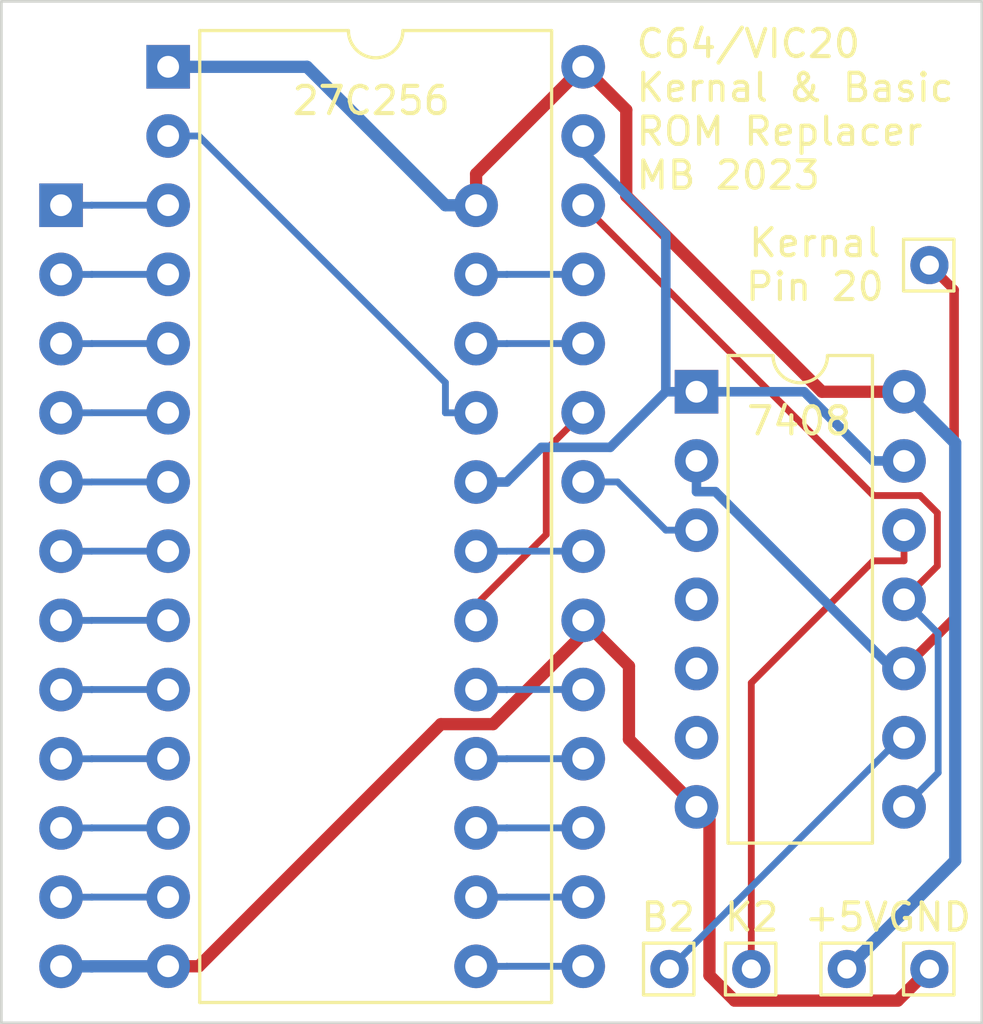
<source format=kicad_pcb>
(kicad_pcb (version 20221018) (generator pcbnew)
  (layers (0 "F.Cu" signal) (31 "B.Cu" signal) (34 "B.Paste" user) (35 "F.Paste" user) (36 "B.SilkS" user "B.Silkscreen") (37 "F.SilkS" user "F.Silkscreen") (38 "B.Mask" user) (39 "F.Mask" user) (44 "Edge.Cuts" user))
  (net 0 "")
  (net 1 "Net-(J1-Pin_1)")
  (net 2 "Net-(GND1-Pin_1)")
  (net 3 "Net-(B2-Pin_1)")
  (net 4 "Net-(K2-Pin_1)")
  (net 5 "Net-(S1-A7)")
  (net 6 "Net-(S1-A6)")
  (net 7 "Net-(S1-A5)")
  (net 8 "Net-(S1-A4)")
  (net 9 "Net-(S1-A3)")
  (net 10 "Net-(S1-A2)")
  (net 11 "Net-(S1-A1)")
  (net 12 "Net-(S1-A0)")
  (net 13 "Net-(S1-D0)")
  (net 14 "Net-(S1-D1)")
  (net 15 "Net-(S1-D2)")
  (net 16 "Net-(S1-D3)")
  (net 17 "Net-(S1-D4)")
  (net 18 "Net-(S1-D5)")
  (net 19 "Net-(S1-D6)")
  (net 20 "Net-(S1-D7)")
  (net 21 "Net-(S1-A11)")
  (net 22 "Net-(S1-A10)")
  (net 23 "Net-(S1-~{CE})")
  (net 24 "Net-(U1-~{OE})")
  (net 25 "Net-(S1-A12)")
  (net 26 "Net-(S1-A9)")
  (net 27 "Net-(S1-A8)")
  (net 28 "Net-(U1-A13)")
  (net 29 "Net-(S1-VCC)")
  (footprint "Connector_Pin:Pin_D0.7mm_L6.5mm_W1.8mm_FlatFork" (layer "F.Cu") (at 111.5743 53.1672)
    (fp_text reference "J1" hide)
    (fp_text value "Kernel C/E Pin 20" hide)
    (fp_line (start -0.95 -0.95) (end -0.95 0.95) (stroke (width 0.12)) (layer "F.SilkS"))
    (fp_line (start -0.95 0.95) (end 0.9 0.95) (stroke (width 0.12)) (layer "F.SilkS"))
    (fp_line (start 0.9 -0.95) (end -0.95 -0.95) (stroke (width 0.12)) (layer "F.SilkS"))
    (fp_line (start 0.9 -0.9) (end 0.9 -0.95) (stroke (width 0.12)) (layer "F.SilkS"))
    (fp_line (start 0.9 0.95) (end 0.9 -0.9) (stroke (width 0.12)) (layer "F.SilkS"))
    (pad "1" thru_hole circle (at 0 0) (size 1.4 1.4) (drill 0.7) (layers "*.Cu" "*.Mask") (net 1 "Net-(J1-Pin_1)"))
  )
  (footprint "Package_DIP:DIP-14_W7.62mm" (layer "F.Cu") (at 103.0226 57.8166)
    (fp_text reference "U2" hide)
    (fp_text value "7408" (at 3.767921 1.074182) (layer "F.SilkS"))
    (fp_line (start 1.16 -1.33) (end 1.16 16.57) (stroke (width 0.12)) (layer "F.SilkS"))
    (fp_line (start 1.16 16.57) (end 6.46 16.57) (stroke (width 0.12)) (layer "F.SilkS"))
    (fp_line (start 2.81 -1.33) (end 1.16 -1.33) (stroke (width 0.12)) (layer "F.SilkS"))
    (fp_line (start 6.46 -1.33) (end 4.81 -1.33) (stroke (width 0.12)) (layer "F.SilkS"))
    (fp_line (start 6.46 16.57) (end 6.46 -1.33) (stroke (width 0.12)) (layer "F.SilkS"))
    (fp_arc (start 4.81 -1.33) (mid 3.81 -0.33) (end 2.81 -1.33) (stroke (width 0.12)) (layer "F.SilkS"))
    (pad "1" thru_hole rect (at 0 0) (size 1.6 1.6) (drill 0.8) (layers "*.Cu" "*.Mask") (net 23 "Net-(S1-~{CE})"))
    (pad "2" thru_hole oval (at 0 2.54) (size 1.6 1.6) (drill 0.8) (layers "*.Cu" "*.Mask") (net 1 "Net-(J1-Pin_1)"))
    (pad "3" thru_hole oval (at 0 5.08) (size 1.6 1.6) (drill 0.8) (layers "*.Cu" "*.Mask") (net 24 "Net-(U1-~{OE})"))
    (pad "4" thru_hole oval (at 0 7.62) (size 1.6 1.6) (drill 0.8) (layers "*.Cu" "*.Mask"))
    (pad "5" thru_hole oval (at 0 10.16) (size 1.6 1.6) (drill 0.8) (layers "*.Cu" "*.Mask"))
    (pad "6" thru_hole oval (at 0 12.7) (size 1.6 1.6) (drill 0.8) (layers "*.Cu" "*.Mask"))
    (pad "7" thru_hole oval (at 0 15.24) (size 1.6 1.6) (drill 0.8) (layers "*.Cu" "*.Mask") (net 2 "Net-(GND1-Pin_1)"))
    (pad "8" thru_hole oval (at 7.62 15.24) (size 1.6 1.6) (drill 0.8) (layers "*.Cu" "*.Mask") (net 28 "Net-(U1-A13)"))
    (pad "9" thru_hole oval (at 7.62 12.7) (size 1.6 1.6) (drill 0.8) (layers "*.Cu" "*.Mask") (net 3 "Net-(B2-Pin_1)"))
    (pad "10" thru_hole oval (at 7.62 10.16) (size 1.6 1.6) (drill 0.8) (layers "*.Cu" "*.Mask") (net 1 "Net-(J1-Pin_1)"))
    (pad "11" thru_hole oval (at 7.62 7.62) (size 1.6 1.6) (drill 0.8) (layers "*.Cu" "*.Mask") (net 28 "Net-(U1-A13)"))
    (pad "12" thru_hole oval (at 7.62 5.08) (size 1.6 1.6) (drill 0.8) (layers "*.Cu" "*.Mask") (net 4 "Net-(K2-Pin_1)"))
    (pad "13" thru_hole oval (at 7.62 2.54) (size 1.6 1.6) (drill 0.8) (layers "*.Cu" "*.Mask") (net 23 "Net-(S1-~{CE})"))
    (pad "14" thru_hole oval (at 7.62 0) (size 1.6 1.6) (drill 0.8) (layers "*.Cu" "*.Mask") (net 29 "Net-(S1-VCC)"))
  )
  (footprint "Connector_Pin:Pin_D0.7mm_L6.5mm_W1.8mm_FlatFork" (layer "F.Cu") (at 111.5743 79.008)
    (fp_text reference "GND1" hide)
    (fp_text value "GND" (at 0 -1.900674) (layer "F.SilkS"))
    (fp_line (start -0.95 -0.95) (end -0.95 0.95) (stroke (width 0.12)) (layer "F.SilkS"))
    (fp_line (start -0.95 0.95) (end 0.9 0.95) (stroke (width 0.12)) (layer "F.SilkS"))
    (fp_line (start 0.9 -0.95) (end -0.95 -0.95) (stroke (width 0.12)) (layer "F.SilkS"))
    (fp_line (start 0.9 -0.9) (end 0.9 -0.95) (stroke (width 0.12)) (layer "F.SilkS"))
    (fp_line (start 0.9 0.95) (end 0.9 -0.9) (stroke (width 0.12)) (layer "F.SilkS"))
    (pad "1" thru_hole circle (at 0 0) (size 1.4 1.4) (drill 0.7) (layers "*.Cu" "*.Mask") (net 2 "Net-(GND1-Pin_1)"))
  )
  (footprint "Package_DIP:DIP-24_W15.24mm" (layer "F.Cu") (at 79.69 50.97)
    (fp_text reference "S1" hide)
    (fp_text value "8K ROM" hide)
    (pad "1" thru_hole rect (at 0 0) (size 1.6 1.6) (drill 0.8) (layers "*.Cu" "*.Mask") (net 5 "Net-(S1-A7)"))
    (pad "2" thru_hole oval (at 0 2.54) (size 1.6 1.6) (drill 0.8) (layers "*.Cu" "*.Mask") (net 6 "Net-(S1-A6)"))
    (pad "3" thru_hole oval (at 0 5.08) (size 1.6 1.6) (drill 0.8) (layers "*.Cu" "*.Mask") (net 7 "Net-(S1-A5)"))
    (pad "4" thru_hole oval (at 0 7.62) (size 1.6 1.6) (drill 0.8) (layers "*.Cu" "*.Mask") (net 8 "Net-(S1-A4)"))
    (pad "5" thru_hole oval (at 0 10.16) (size 1.6 1.6) (drill 0.8) (layers "*.Cu" "*.Mask") (net 9 "Net-(S1-A3)"))
    (pad "6" thru_hole oval (at 0 12.7) (size 1.6 1.6) (drill 0.8) (layers "*.Cu" "*.Mask") (net 10 "Net-(S1-A2)"))
    (pad "7" thru_hole oval (at 0 15.24) (size 1.6 1.6) (drill 0.8) (layers "*.Cu" "*.Mask") (net 11 "Net-(S1-A1)"))
    (pad "8" thru_hole oval (at 0 17.78) (size 1.6 1.6) (drill 0.8) (layers "*.Cu" "*.Mask") (net 12 "Net-(S1-A0)"))
    (pad "9" thru_hole oval (at 0 20.32) (size 1.6 1.6) (drill 0.8) (layers "*.Cu" "*.Mask") (net 13 "Net-(S1-D0)"))
    (pad "10" thru_hole oval (at 0 22.86) (size 1.6 1.6) (drill 0.8) (layers "*.Cu" "*.Mask") (net 14 "Net-(S1-D1)"))
    (pad "11" thru_hole oval (at 0 25.4) (size 1.6 1.6) (drill 0.8) (layers "*.Cu" "*.Mask") (net 15 "Net-(S1-D2)"))
    (pad "12" thru_hole oval (at 0 27.94) (size 1.6 1.6) (drill 0.8) (layers "*.Cu" "*.Mask") (net 2 "Net-(GND1-Pin_1)"))
    (pad "13" thru_hole oval (at 15.24 27.94) (size 1.6 1.6) (drill 0.8) (layers "*.Cu" "*.Mask") (net 16 "Net-(S1-D3)"))
    (pad "14" thru_hole oval (at 15.24 25.4) (size 1.6 1.6) (drill 0.8) (layers "*.Cu" "*.Mask") (net 17 "Net-(S1-D4)"))
    (pad "15" thru_hole oval (at 15.24 22.86) (size 1.6 1.6) (drill 0.8) (layers "*.Cu" "*.Mask") (net 18 "Net-(S1-D5)"))
    (pad "16" thru_hole oval (at 15.24 20.32) (size 1.6 1.6) (drill 0.8) (layers "*.Cu" "*.Mask") (net 19 "Net-(S1-D6)"))
    (pad "17" thru_hole oval (at 15.24 17.78) (size 1.6 1.6) (drill 0.8) (layers "*.Cu" "*.Mask") (net 20 "Net-(S1-D7)"))
    (pad "18" thru_hole oval (at 15.24 15.24) (size 1.6 1.6) (drill 0.8) (layers "*.Cu" "*.Mask") (net 21 "Net-(S1-A11)"))
    (pad "19" thru_hole oval (at 15.24 12.7) (size 1.6 1.6) (drill 0.8) (layers "*.Cu" "*.Mask") (net 22 "Net-(S1-A10)"))
    (pad "20" thru_hole oval (at 15.24 10.16) (size 1.6 1.6) (drill 0.8) (layers "*.Cu" "*.Mask") (net 23 "Net-(S1-~{CE})"))
    (pad "21" thru_hole oval (at 15.24 7.62) (size 1.6 1.6) (drill 0.8) (layers "*.Cu" "*.Mask") (net 25 "Net-(S1-A12)"))
    (pad "22" thru_hole oval (at 15.24 5.08) (size 1.6 1.6) (drill 0.8) (layers "*.Cu" "*.Mask") (net 26 "Net-(S1-A9)"))
    (pad "23" thru_hole oval (at 15.24 2.54) (size 1.6 1.6) (drill 0.8) (layers "*.Cu" "*.Mask") (net 27 "Net-(S1-A8)"))
    (pad "24" thru_hole oval (at 15.24 0) (size 1.6 1.6) (drill 0.8) (layers "*.Cu" "*.Mask") (net 29 "Net-(S1-VCC)"))
  )
  (footprint "Connector_Pin:Pin_D0.7mm_L6.5mm_W1.8mm_FlatFork" (layer "F.Cu") (at 105.0346 79.008)
    (fp_text reference "K2" (at 0.015708 -1.900674) (layer "F.SilkS"))
    (fp_text value "Kernel Bank 2 S/W" hide)
    (fp_line (start -0.95 -0.95) (end -0.95 0.95) (stroke (width 0.12)) (layer "F.SilkS"))
    (fp_line (start -0.95 0.95) (end 0.9 0.95) (stroke (width 0.12)) (layer "F.SilkS"))
    (fp_line (start 0.9 -0.95) (end -0.95 -0.95) (stroke (width 0.12)) (layer "F.SilkS"))
    (fp_line (start 0.9 -0.9) (end 0.9 -0.95) (stroke (width 0.12)) (layer "F.SilkS"))
    (fp_line (start 0.9 0.95) (end 0.9 -0.9) (stroke (width 0.12)) (layer "F.SilkS"))
    (pad "1" thru_hole circle (at 0 0) (size 1.4 1.4) (drill 0.7) (layers "*.Cu" "*.Mask") (net 4 "Net-(K2-Pin_1)"))
  )
  (footprint "Connector_Pin:Pin_D0.7mm_L6.5mm_W1.8mm_FlatFork" (layer "F.Cu") (at 102.0275 79.008)
    (fp_text reference "B2" (at -0.047349 -1.900674) (layer "F.SilkS"))
    (fp_text value "Basic Bank 2 S/W" hide)
    (fp_line (start -0.95 -0.95) (end -0.95 0.95) (stroke (width 0.12)) (layer "F.SilkS"))
    (fp_line (start -0.95 0.95) (end 0.9 0.95) (stroke (width 0.12)) (layer "F.SilkS"))
    (fp_line (start 0.9 -0.95) (end -0.95 -0.95) (stroke (width 0.12)) (layer "F.SilkS"))
    (fp_line (start 0.9 -0.9) (end 0.9 -0.95) (stroke (width 0.12)) (layer "F.SilkS"))
    (fp_line (start 0.9 0.95) (end 0.9 -0.9) (stroke (width 0.12)) (layer "F.SilkS"))
    (pad "1" thru_hole circle (at 0 0) (size 1.4 1.4) (drill 0.7) (layers "*.Cu" "*.Mask") (net 3 "Net-(B2-Pin_1)"))
  )
  (footprint "Connector_Pin:Pin_D0.7mm_L6.5mm_W1.8mm_FlatFork" (layer "F.Cu") (at 108.5429 79.008)
    (fp_text reference "VCC1" hide)
    (fp_text value "+5V" (at -0.018429 -1.900674) (layer "F.SilkS"))
    (fp_line (start -0.95 -0.95) (end -0.95 0.95) (stroke (width 0.12)) (layer "F.SilkS"))
    (fp_line (start -0.95 0.95) (end 0.9 0.95) (stroke (width 0.12)) (layer "F.SilkS"))
    (fp_line (start 0.9 -0.95) (end -0.95 -0.95) (stroke (width 0.12)) (layer "F.SilkS"))
    (fp_line (start 0.9 -0.9) (end 0.9 -0.95) (stroke (width 0.12)) (layer "F.SilkS"))
    (fp_line (start 0.9 0.95) (end 0.9 -0.9) (stroke (width 0.12)) (layer "F.SilkS"))
    (pad "1" thru_hole circle (at 0 0) (size 1.4 1.4) (drill 0.7) (layers "*.Cu" "*.Mask") (net 29 "Net-(S1-VCC)"))
  )
  (footprint "Package_DIP:DIP-28_W15.24mm" (layer "F.Cu") (at 83.6224 45.8875)
    (fp_text reference "U1" hide)
    (fp_text value "27C256" (at 7.455902 1.244273) (layer "F.SilkS"))
    (fp_line (start 1.16 -1.33) (end 1.16 34.35) (stroke (width 0.12)) (layer "F.SilkS"))
    (fp_line (start 1.16 34.35) (end 14.08 34.35) (stroke (width 0.12)) (layer "F.SilkS"))
    (fp_line (start 6.62 -1.33) (end 1.16 -1.33) (stroke (width 0.12)) (layer "F.SilkS"))
    (fp_line (start 14.08 -1.33) (end 8.62 -1.33) (stroke (width 0.12)) (layer "F.SilkS"))
    (fp_line (start 14.08 34.35) (end 14.08 -1.33) (stroke (width 0.12)) (layer "F.SilkS"))
    (fp_arc (start 8.62 -1.33) (mid 7.62 -0.33) (end 6.62 -1.33) (stroke (width 0.12)) (layer "F.SilkS"))
    (pad "1" thru_hole rect (at 0 0) (size 1.6 1.6) (drill 0.8) (layers "*.Cu" "*.Mask") (net 29 "Net-(S1-VCC)"))
    (pad "2" thru_hole oval (at 0 2.54) (size 1.6 1.6) (drill 0.8) (layers "*.Cu" "*.Mask") (net 25 "Net-(S1-A12)"))
    (pad "3" thru_hole oval (at 0 5.08) (size 1.6 1.6) (drill 0.8) (layers "*.Cu" "*.Mask") (net 5 "Net-(S1-A7)"))
    (pad "4" thru_hole oval (at 0 7.62) (size 1.6 1.6) (drill 0.8) (layers "*.Cu" "*.Mask") (net 6 "Net-(S1-A6)"))
    (pad "5" thru_hole oval (at 0 10.16) (size 1.6 1.6) (drill 0.8) (layers "*.Cu" "*.Mask") (net 7 "Net-(S1-A5)"))
    (pad "6" thru_hole oval (at 0 12.7) (size 1.6 1.6) (drill 0.8) (layers "*.Cu" "*.Mask") (net 8 "Net-(S1-A4)"))
    (pad "7" thru_hole oval (at 0 15.24) (size 1.6 1.6) (drill 0.8) (layers "*.Cu" "*.Mask") (net 9 "Net-(S1-A3)"))
    (pad "8" thru_hole oval (at 0 17.78) (size 1.6 1.6) (drill 0.8) (layers "*.Cu" "*.Mask") (net 10 "Net-(S1-A2)"))
    (pad "9" thru_hole oval (at 0 20.32) (size 1.6 1.6) (drill 0.8) (layers "*.Cu" "*.Mask") (net 11 "Net-(S1-A1)"))
    (pad "10" thru_hole oval (at 0 22.86) (size 1.6 1.6) (drill 0.8) (layers "*.Cu" "*.Mask") (net 12 "Net-(S1-A0)"))
    (pad "11" thru_hole oval (at 0 25.4) (size 1.6 1.6) (drill 0.8) (layers "*.Cu" "*.Mask") (net 13 "Net-(S1-D0)"))
    (pad "12" thru_hole oval (at 0 27.94) (size 1.6 1.6) (drill 0.8) (layers "*.Cu" "*.Mask") (net 14 "Net-(S1-D1)"))
    (pad "13" thru_hole oval (at 0 30.48) (size 1.6 1.6) (drill 0.8) (layers "*.Cu" "*.Mask") (net 15 "Net-(S1-D2)"))
    (pad "14" thru_hole oval (at 0 33.02) (size 1.6 1.6) (drill 0.8) (layers "*.Cu" "*.Mask") (net 2 "Net-(GND1-Pin_1)"))
    (pad "15" thru_hole oval (at 15.24 33.02) (size 1.6 1.6) (drill 0.8) (layers "*.Cu" "*.Mask") (net 16 "Net-(S1-D3)"))
    (pad "16" thru_hole oval (at 15.24 30.48) (size 1.6 1.6) (drill 0.8) (layers "*.Cu" "*.Mask") (net 17 "Net-(S1-D4)"))
    (pad "17" thru_hole oval (at 15.24 27.94) (size 1.6 1.6) (drill 0.8) (layers "*.Cu" "*.Mask") (net 18 "Net-(S1-D5)"))
    (pad "18" thru_hole oval (at 15.24 25.4) (size 1.6 1.6) (drill 0.8) (layers "*.Cu" "*.Mask") (net 19 "Net-(S1-D6)"))
    (pad "19" thru_hole oval (at 15.24 22.86) (size 1.6 1.6) (drill 0.8) (layers "*.Cu" "*.Mask") (net 20 "Net-(S1-D7)"))
    (pad "20" thru_hole oval (at 15.24 20.32) (size 1.6 1.6) (drill 0.8) (layers "*.Cu" "*.Mask") (net 2 "Net-(GND1-Pin_1)"))
    (pad "21" thru_hole oval (at 15.24 17.78) (size 1.6 1.6) (drill 0.8) (layers "*.Cu" "*.Mask") (net 22 "Net-(S1-A10)"))
    (pad "22" thru_hole oval (at 15.24 15.24) (size 1.6 1.6) (drill 0.8) (layers "*.Cu" "*.Mask") (net 24 "Net-(U1-~{OE})"))
    (pad "23" thru_hole oval (at 15.24 12.7) (size 1.6 1.6) (drill 0.8) (layers "*.Cu" "*.Mask") (net 21 "Net-(S1-A11)"))
    (pad "24" thru_hole oval (at 15.24 10.16) (size 1.6 1.6) (drill 0.8) (layers "*.Cu" "*.Mask") (net 26 "Net-(S1-A9)"))
    (pad "25" thru_hole oval (at 15.24 7.62) (size 1.6 1.6) (drill 0.8) (layers "*.Cu" "*.Mask") (net 27 "Net-(S1-A8)"))
    (pad "26" thru_hole oval (at 15.24 5.08) (size 1.6 1.6) (drill 0.8) (layers "*.Cu" "*.Mask") (net 28 "Net-(U1-A13)"))
    (pad "27" thru_hole oval (at 15.24 2.54) (size 1.6 1.6) (drill 0.8) (layers "*.Cu" "*.Mask") (net 23 "Net-(S1-~{CE})"))
    (pad "28" thru_hole oval (at 15.24 0) (size 1.6 1.6) (drill 0.8) (layers "*.Cu" "*.Mask") (net 29 "Net-(S1-VCC)"))
  )
  (gr_rect (start 77.498771 43.485245) (end 113.498771 80.985245) (stroke (width 0.1)) (fill none) (layer "Edge.Cuts"))
  (gr_text "Kernal\nPin 20" (at 107.370631 54.543752) (layer "F.SilkS") (effects (font (size 1 1)) (justify bottom)))
  (gr_text "C64/VIC20\nKernal & Basic\nROM Replacer\nMB 2023\n" (at 100.732421 50.455114) (layer "F.SilkS") (effects (font (size 1 1)) (justify left bottom)))
  (segment (start 112.48158 66.13762) (end 112.48158 54.07448) (width 0.35) (layer "F.Cu") (net 1))
  (segment (start 112.48158 54.07448) (end 111.5743 53.1672) (width 0.35) (layer "F.Cu") (net 1))
  (segment (start 110.6426 67.9766) (end 112.48158 66.13762) (width 0.35) (layer "F.Cu") (net 1))
  (segment (start 110.6426 67.9766) (end 110.208212 67.9766) (width 0.35) (layer "B.Cu") (net 1))
  (segment (start 110.208212 67.9766) (end 103.715112 61.4835) (width 0.35) (layer "B.Cu") (net 1))
  (segment (start 103.0226 61.4835) (end 103.0226 60.3566) (width 0.35) (layer "B.Cu") (net 1))
  (segment (start 103.715112 61.4835) (end 103.0226 61.4835) (width 0.35) (layer "B.Cu") (net 1))
  (segment (start 84.7493 78.9075) (end 93.6368 70.02) (width 0.45) (layer "F.Cu") (net 2))
  (segment (start 95.550515 70.02) (end 98.8624 66.708115) (width 0.45) (layer "F.Cu") (net 2))
  (segment (start 103.497976 79.245047) (end 104.420919 80.16799) (width 0.45) (layer "F.Cu") (net 2))
  (segment (start 104.420919 80.16799) (end 110.41431 80.16799) (width 0.45) (layer "F.Cu") (net 2))
  (segment (start 103.0226 73.0566) (end 103.497976 73.531976) (width 0.45) (layer "F.Cu") (net 2))
  (segment (start 110.41431 80.16799) (end 111.5743 79.008) (width 0.45) (layer "F.Cu") (net 2))
  (segment (start 93.6368 70.02) (end 95.550515 70.02) (width 0.45) (layer "F.Cu") (net 2))
  (segment (start 98.8624 66.2075) (end 100.543343 67.888443) (width 0.45) (layer "F.Cu") (net 2))
  (segment (start 83.6224 78.9075) (end 84.7493 78.9075) (width 0.45) (layer "F.Cu") (net 2))
  (segment (start 100.543343 67.888443) (end 100.543343 70.577343) (width 0.45) (layer "F.Cu") (net 2))
  (segment (start 103.497976 73.531976) (end 103.497976 79.245047) (width 0.45) (layer "F.Cu") (net 2))
  (segment (start 98.8624 66.708115) (end 98.8624 66.2075) (width 0.45) (layer "F.Cu") (net 2))
  (segment (start 100.543343 70.577343) (end 103.0226 73.0566) (width 0.45) (layer "F.Cu") (net 2))
  (segment (start 80.8194 78.9075) (end 80.8169 78.91) (width 0.45) (layer "B.Cu") (net 2))
  (segment (start 83.6224 78.9075) (end 80.8194 78.9075) (width 0.45) (layer "B.Cu") (net 2))
  (segment (start 79.69 78.91) (end 80.8169 78.91) (width 0.45) (layer "B.Cu") (net 2))
  (segment (start 110.6426 70.5166) (end 110.5189 70.5166) (width 0.25) (layer "B.Cu") (net 3))
  (segment (start 110.5189 70.5166) (end 102.0275 79.008) (width 0.25) (layer "B.Cu") (net 3))
  (segment (start 110.6426 64.0235) (end 109.5157 64.0235) (width 0.25) (layer "F.Cu") (net 4))
  (segment (start 109.5157 64.0235) (end 105.0346 68.5046) (width 0.25) (layer "F.Cu") (net 4))
  (segment (start 110.6426 62.8966) (end 110.6426 64.0235) (width 0.25) (layer "F.Cu") (net 4))
  (segment (start 105.0346 68.5046) (end 105.0346 79.008) (width 0.25) (layer "F.Cu") (net 4))
  (segment (start 80.8194 50.9675) (end 80.8169 50.97) (width 0.25) (layer "B.Cu") (net 5))
  (segment (start 83.6224 50.9675) (end 80.8194 50.9675) (width 0.25) (layer "B.Cu") (net 5))
  (segment (start 79.69 50.97) (end 80.8169 50.97) (width 0.25) (layer "B.Cu") (net 5))
  (segment (start 79.69 53.51) (end 80.8169 53.51) (width 0.25) (layer "B.Cu") (net 6))
  (segment (start 80.8194 53.5075) (end 80.8169 53.51) (width 0.25) (layer "B.Cu") (net 6))
  (segment (start 83.6224 53.5075) (end 80.8194 53.5075) (width 0.25) (layer "B.Cu") (net 6))
  (segment (start 79.69 56.05) (end 80.8169 56.05) (width 0.25) (layer "B.Cu") (net 7))
  (segment (start 80.8194 56.0475) (end 80.8169 56.05) (width 0.25) (layer "B.Cu") (net 7))
  (segment (start 83.6224 56.0475) (end 80.8194 56.0475) (width 0.25) (layer "B.Cu") (net 7))
  (segment (start 83.6224 58.5875) (end 80.8194 58.5875) (width 0.25) (layer "B.Cu") (net 8))
  (segment (start 80.8194 58.5875) (end 80.8169 58.59) (width 0.25) (layer "B.Cu") (net 8))
  (segment (start 79.69 58.59) (end 80.8169 58.59) (width 0.25) (layer "B.Cu") (net 8))
  (segment (start 83.6224 61.1275) (end 80.8194 61.1275) (width 0.25) (layer "B.Cu") (net 9))
  (segment (start 80.8194 61.1275) (end 80.8169 61.13) (width 0.25) (layer "B.Cu") (net 9))
  (segment (start 79.69 61.13) (end 80.8169 61.13) (width 0.25) (layer "B.Cu") (net 9))
  (segment (start 83.6224 63.6675) (end 80.8194 63.6675) (width 0.25) (layer "B.Cu") (net 10))
  (segment (start 80.8194 63.6675) (end 80.8169 63.67) (width 0.25) (layer "B.Cu") (net 10))
  (segment (start 79.69 63.67) (end 80.8169 63.67) (width 0.25) (layer "B.Cu") (net 10))
  (segment (start 80.8194 66.2075) (end 80.8169 66.21) (width 0.25) (layer "B.Cu") (net 11))
  (segment (start 79.69 66.21) (end 80.8169 66.21) (width 0.25) (layer "B.Cu") (net 11))
  (segment (start 83.6224 66.2075) (end 80.8194 66.2075) (width 0.25) (layer "B.Cu") (net 11))
  (segment (start 79.69 68.75) (end 80.8169 68.75) (width 0.25) (layer "B.Cu") (net 12))
  (segment (start 80.8194 68.7475) (end 80.8169 68.75) (width 0.25) (layer "B.Cu") (net 12))
  (segment (start 83.6224 68.7475) (end 80.8194 68.7475) (width 0.25) (layer "B.Cu") (net 12))
  (segment (start 80.8194 71.2875) (end 80.8169 71.29) (width 0.25) (layer "B.Cu") (net 13))
  (segment (start 83.6224 71.2875) (end 80.8194 71.2875) (width 0.25) (layer "B.Cu") (net 13))
  (segment (start 79.69 71.29) (end 80.8169 71.29) (width 0.25) (layer "B.Cu") (net 13))
  (segment (start 83.6224 73.8275) (end 80.8194 73.8275) (width 0.25) (layer "B.Cu") (net 14))
  (segment (start 79.69 73.83) (end 80.8169 73.83) (width 0.25) (layer "B.Cu") (net 14))
  (segment (start 80.8194 73.8275) (end 80.8169 73.83) (width 0.25) (layer "B.Cu") (net 14))
  (segment (start 83.6224 76.3675) (end 80.8194 76.3675) (width 0.25) (layer "B.Cu") (net 15))
  (segment (start 79.69 76.37) (end 80.8169 76.37) (width 0.25) (layer "B.Cu") (net 15))
  (segment (start 80.8194 76.3675) (end 80.8169 76.37) (width 0.25) (layer "B.Cu") (net 15))
  (segment (start 96.0594 78.9075) (end 96.0569 78.91) (width 0.25) (layer "B.Cu") (net 16))
  (segment (start 94.93 78.91) (end 96.0569 78.91) (width 0.25) (layer "B.Cu") (net 16))
  (segment (start 98.8624 78.9075) (end 96.0594 78.9075) (width 0.25) (layer "B.Cu") (net 16))
  (segment (start 98.8624 76.3675) (end 96.0594 76.3675) (width 0.25) (layer "B.Cu") (net 17))
  (segment (start 94.93 76.37) (end 96.0569 76.37) (width 0.25) (layer "B.Cu") (net 17))
  (segment (start 96.0594 76.3675) (end 96.0569 76.37) (width 0.25) (layer "B.Cu") (net 17))
  (segment (start 98.8624 73.8275) (end 96.0594 73.8275) (width 0.25) (layer "B.Cu") (net 18))
  (segment (start 94.93 73.83) (end 96.0569 73.83) (width 0.25) (layer "B.Cu") (net 18))
  (segment (start 96.0594 73.8275) (end 96.0569 73.83) (width 0.25) (layer "B.Cu") (net 18))
  (segment (start 94.93 71.29) (end 96.0569 71.29) (width 0.25) (layer "B.Cu") (net 19))
  (segment (start 96.0594 71.2875) (end 96.0569 71.29) (width 0.25) (layer "B.Cu") (net 19))
  (segment (start 98.8624 71.2875) (end 96.0594 71.2875) (width 0.25) (layer "B.Cu") (net 19))
  (segment (start 94.93 68.75) (end 96.0569 68.75) (width 0.25) (layer "B.Cu") (net 20))
  (segment (start 96.0594 68.7475) (end 96.0569 68.75) (width 0.25) (layer "B.Cu") (net 20))
  (segment (start 98.8624 68.7475) (end 96.0594 68.7475) (width 0.25) (layer "B.Cu") (net 20))
  (segment (start 98.8624 58.5875) (end 97.504201 59.945699) (width 0.25) (layer "F.Cu") (net 21))
  (segment (start 97.504201 63.059433) (end 94.93 65.633634) (width 0.25) (layer "F.Cu") (net 21))
  (segment (start 94.93 65.633634) (end 94.93 66.21) (width 0.25) (layer "F.Cu") (net 21))
  (segment (start 97.504201 59.945699) (end 97.504201 63.059433) (width 0.25) (layer "F.Cu") (net 21))
  (segment (start 98.8624 63.6675) (end 96.0594 63.6675) (width 0.25) (layer "B.Cu") (net 22))
  (segment (start 94.93 63.67) (end 96.0569 63.67) (width 0.25) (layer "B.Cu") (net 22))
  (segment (start 96.0594 63.6675) (end 96.0569 63.67) (width 0.25) (layer "B.Cu") (net 22))
  (segment (start 96.0569 61.13) (end 97.3294 59.8575) (width 0.35) (layer "B.Cu") (net 23))
  (segment (start 99.8548 59.8575) (end 101.8957 57.8166) (width 0.35) (layer "B.Cu") (net 23))
  (segment (start 110.6426 60.3566) (end 109.5157 60.3566) (width 0.35) (layer "B.Cu") (net 23))
  (segment (start 109.5157 60.3566) (end 106.9757 57.8166) (width 0.35) (layer "B.Cu") (net 23))
  (segment (start 94.93 61.13) (end 96.0569 61.13) (width 0.35) (layer "B.Cu") (net 23))
  (segment (start 98.8624 48.4275) (end 98.8624 49.010921) (width 0.35) (layer "B.Cu") (net 23))
  (segment (start 103.0226 57.8166) (end 101.8957 57.8166) (width 0.35) (layer "B.Cu") (net 23))
  (segment (start 98.8624 49.010921) (end 101.8957 52.044221) (width 0.35) (layer "B.Cu") (net 23))
  (segment (start 97.3294 59.8575) (end 99.8548 59.8575) (width 0.35) (layer "B.Cu") (net 23))
  (segment (start 106.9757 57.8166) (end 103.0226 57.8166) (width 0.35) (layer "B.Cu") (net 23))
  (segment (start 101.8957 52.044221) (end 101.8957 57.8166) (width 0.35) (layer "B.Cu") (net 23))
  (segment (start 98.8624 61.1275) (end 100.1266 61.1275) (width 0.25) (layer "B.Cu") (net 24))
  (segment (start 100.1266 61.1275) (end 101.8957 62.8966) (width 0.25) (layer "B.Cu") (net 24))
  (segment (start 103.0226 62.8966) (end 101.8957 62.8966) (width 0.25) (layer "B.Cu") (net 24))
  (segment (start 93.8031 57.4813) (end 93.8031 58.59) (width 0.25) (layer "B.Cu") (net 25))
  (segment (start 83.6224 48.4275) (end 84.7493 48.4275) (width 0.25) (layer "B.Cu") (net 25))
  (segment (start 84.7493 48.4275) (end 93.8031 57.4813) (width 0.25) (layer "B.Cu") (net 25))
  (segment (start 94.93 58.59) (end 93.8031 58.59) (width 0.25) (layer "B.Cu") (net 25))
  (segment (start 98.8624 56.0475) (end 96.0594 56.0475) (width 0.25) (layer "B.Cu") (net 26))
  (segment (start 96.0594 56.0475) (end 96.0569 56.05) (width 0.25) (layer "B.Cu") (net 26))
  (segment (start 94.93 56.05) (end 96.0569 56.05) (width 0.25) (layer "B.Cu") (net 26))
  (segment (start 94.93 53.51) (end 96.0569 53.51) (width 0.25) (layer "B.Cu") (net 27))
  (segment (start 96.0594 53.5075) (end 96.0569 53.51) (width 0.25) (layer "B.Cu") (net 27))
  (segment (start 98.8624 53.5075) (end 96.0594 53.5075) (width 0.25) (layer "B.Cu") (net 27))
  (segment (start 111.865438 62.261682) (end 111.865438 64.213762) (width 0.25) (layer "F.Cu") (net 28))
  (segment (start 109.5215 61.6266) (end 111.230356 61.6266) (width 0.25) (layer "F.Cu") (net 28))
  (segment (start 111.865438 64.213762) (end 110.6426 65.4366) (width 0.25) (layer "F.Cu") (net 28))
  (segment (start 111.230356 61.6266) (end 111.865438 62.261682) (width 0.25) (layer "F.Cu") (net 28))
  (segment (start 98.8624 50.9675) (end 109.5215 61.6266) (width 0.25) (layer "F.Cu") (net 28))
  (segment (start 110.6426 65.4366) (end 111.89536 66.68936) (width 0.25) (layer "B.Cu") (net 28))
  (segment (start 111.89536 71.80384) (end 110.6426 73.0566) (width 0.25) (layer "B.Cu") (net 28))
  (segment (start 111.89536 66.68936) (end 111.89536 71.80384) (width 0.25) (layer "B.Cu") (net 28))
  (segment (start 98.8624 45.8875) (end 94.93 49.8199) (width 0.45) (layer "F.Cu") (net 29))
  (segment (start 100.443686 47.468786) (end 100.443686 50.631719) (width 0.45) (layer "F.Cu") (net 29))
  (segment (start 107.628567 57.8166) (end 110.6426 57.8166) (width 0.45) (layer "F.Cu") (net 29))
  (segment (start 94.93 49.8199) (end 94.93 50.97) (width 0.45) (layer "F.Cu") (net 29))
  (segment (start 100.443686 50.631719) (end 107.628567 57.8166) (width 0.45) (layer "F.Cu") (net 29))
  (segment (start 98.8624 45.8875) (end 100.443686 47.468786) (width 0.45) (layer "F.Cu") (net 29))
  (segment (start 83.6224 45.8875) (end 88.7206 45.8875) (width 0.45) (layer "B.Cu") (net 29))
  (segment (start 94.93 50.97) (end 93.8031 50.97) (width 0.45) (layer "B.Cu") (net 29))
  (segment (start 110.6426 57.8166) (end 112.522036 59.696036) (width 0.45) (layer "B.Cu") (net 29))
  (segment (start 112.522036 75.028864) (end 108.5429 79.008) (width 0.45) (layer "B.Cu") (net 29))
  (segment (start 112.522036 59.696036) (end 112.522036 75.028864) (width 0.45) (layer "B.Cu") (net 29))
  (segment (start 88.7206 45.8875) (end 93.8031 50.97) (width 0.45) (layer "B.Cu") (net 29))
)
</source>
